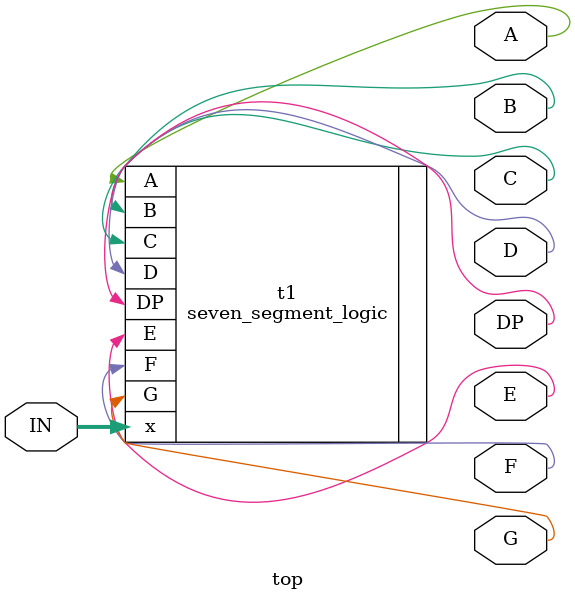
<source format=v>
`default_nettype none

module top(input wire[3:0] IN,
            output wire A,
            output wire B,
            output wire C,
            output wire D,
            output wire E,
            output wire F,
            output wire G,
            output wire DP);

seven_segment_logic t1(
    .x(IN),
    .A(A),
    .B(B),
    .C(C),
    .D(D),
    .E(E),
    .F(F),
    .G(G),
    .DP(DP)
);



endmodule

</source>
